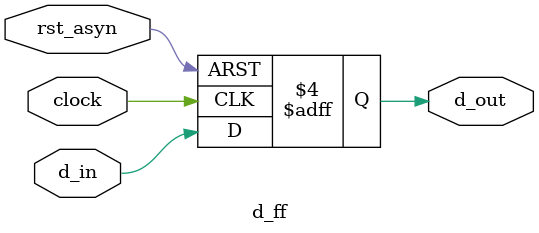
<source format=v>
`timescale 1ns / 1ps
  module d_ff
  (
//------------------------------------------------------------------------------
// INPUT DECLARATION
//------------------------------------------------------------------------------ 
    input     d_in 	        	, // Data input port declaration 
    input     clock			, // Clock input declaration
    input     rst_asyn	        	, // Asys. Reset of Active High type 
//------------------------------------------------------------------------------
// OUTPUT DECLARATION
//------------------------------------------------------------------------------
    output    d_out		  	  // Data out port declaration  
  ); 
//------------------------------------------------------------------------------
// REGISTER DECLARATION
//------------------------------------------------------------------------------
  reg	    d_out  	=  1'b0	    	; // Register Data out port declaration  
//------------------------------------------------------------------------------
// PROCEDURAL ALWAYS BLOCK - DFF with Asyn. Reset
//------------------------------------------------------------------------------     
  always@(posedge clock,posedge rst_asyn)
    begin
      if(rst_asyn == 1'b1)
         d_out <= 1'b0              	;
      else
         d_out <= d_in     	    	;  
    end
    
endmodule

</source>
